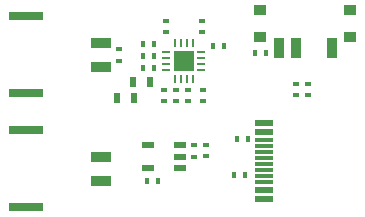
<source format=gbr>
%TF.GenerationSoftware,KiCad,Pcbnew,6.0.10-86aedd382b~118~ubuntu20.04.1*%
%TF.CreationDate,2023-02-01T15:39:36-08:00*%
%TF.ProjectId,CAD,4341442e-6b69-4636-9164-5f7063625858,rev?*%
%TF.SameCoordinates,Original*%
%TF.FileFunction,Paste,Top*%
%TF.FilePolarity,Positive*%
%FSLAX46Y46*%
G04 Gerber Fmt 4.6, Leading zero omitted, Abs format (unit mm)*
G04 Created by KiCad (PCBNEW 6.0.10-86aedd382b~118~ubuntu20.04.1) date 2023-02-01 15:39:36*
%MOMM*%
%LPD*%
G01*
G04 APERTURE LIST*
%ADD10R,0.600000X0.457778*%
%ADD11R,1.700000X0.900000*%
%ADD12R,3.000000X0.800000*%
%ADD13R,0.900000X1.800000*%
%ADD14R,1.100000X0.929997*%
%ADD15R,0.600000X0.380278*%
%ADD16R,0.380278X0.600000*%
%ADD17R,0.512132X0.950000*%
%ADD18R,0.600000X0.417778*%
%ADD19R,0.417778X0.600000*%
%ADD20R,0.160000X0.800000*%
%ADD21R,0.800000X0.160000*%
%ADD22R,1.680000X1.680000*%
%ADD23R,1.050000X0.600000*%
%ADD24R,1.640000X0.300000*%
%ADD25R,1.640000X0.600000*%
G04 APERTURE END LIST*
D10*
%TO.C,C2*%
X76200000Y-160274000D03*
X76200000Y-161271222D03*
%TD*%
D11*
%TO.C,U9*%
X67325095Y-161305873D03*
X67325095Y-163305873D03*
D12*
X60975083Y-165555809D03*
X60975083Y-159055936D03*
%TD*%
D13*
%TO.C,U8*%
X86832064Y-152046932D03*
X83832064Y-152046932D03*
X82332191Y-152046932D03*
D14*
X80782025Y-151150056D03*
X80782025Y-148880054D03*
X88381975Y-148880054D03*
X88381975Y-151150056D03*
%TD*%
D15*
%TO.C,R3*%
X72767000Y-149792138D03*
X72767000Y-150711860D03*
%TD*%
D16*
%TO.C,R9*%
X78584939Y-162864800D03*
X79504661Y-162864800D03*
%TD*%
%TO.C,R5*%
X71760861Y-152791999D03*
X70841139Y-152791999D03*
%TD*%
D17*
%TO.C,D2*%
X71465934Y-154990800D03*
X70028066Y-154990800D03*
%TD*%
D18*
%TO.C,C4*%
X84836000Y-156053611D03*
X84836000Y-155096389D03*
%TD*%
D11*
%TO.C,U5*%
X67325095Y-151653873D03*
X67325095Y-153653873D03*
D12*
X60975083Y-155903809D03*
X60975083Y-149403936D03*
%TD*%
D16*
%TO.C,R2*%
X71760861Y-153807999D03*
X70841139Y-153807999D03*
%TD*%
D19*
%TO.C,C6*%
X72106611Y-163322000D03*
X71149389Y-163322000D03*
%TD*%
D16*
%TO.C,R8*%
X76776139Y-151920000D03*
X77695861Y-151920000D03*
%TD*%
D10*
%TO.C,C1*%
X75184000Y-161280611D03*
X75184000Y-160283389D03*
%TD*%
D16*
%TO.C,R10*%
X79707861Y-159766000D03*
X78788139Y-159766000D03*
%TD*%
D20*
%TO.C,U1*%
X75041000Y-151686000D03*
X74541000Y-151686000D03*
X74041000Y-151686000D03*
X73541000Y-151686000D03*
D21*
X72791000Y-152436000D03*
X72791000Y-152936000D03*
X72791000Y-153436000D03*
X72791000Y-153936000D03*
D20*
X73541000Y-154686000D03*
X74041000Y-154686000D03*
X74541000Y-154686000D03*
X75041000Y-154686000D03*
D21*
X75791000Y-153936000D03*
X75791000Y-153436000D03*
X75791000Y-152936000D03*
X75791000Y-152436000D03*
D22*
X74291000Y-153186000D03*
%TD*%
D23*
%TO.C,U2*%
X73994000Y-162240000D03*
X73994000Y-161290000D03*
X73994000Y-160340000D03*
X71294000Y-160340000D03*
X71294000Y-162240000D03*
%TD*%
D18*
%TO.C,C5*%
X73656000Y-156572610D03*
X73656000Y-155615388D03*
%TD*%
D16*
%TO.C,R6*%
X71760861Y-151775999D03*
X70841139Y-151775999D03*
%TD*%
D15*
%TO.C,R4*%
X75815000Y-150711860D03*
X75815000Y-149792138D03*
%TD*%
D16*
%TO.C,R12*%
X81231861Y-152527000D03*
X80312139Y-152527000D03*
%TD*%
D15*
%TO.C,R1*%
X72640000Y-156601999D03*
X72640000Y-155682277D03*
%TD*%
%TO.C,R11*%
X83820000Y-156034861D03*
X83820000Y-155115139D03*
%TD*%
D24*
%TO.C,J1*%
X81097000Y-163404500D03*
X81097000Y-162404500D03*
X81097000Y-160904500D03*
X81097000Y-159904500D03*
D25*
X81097000Y-159204500D03*
X81097000Y-158404500D03*
D24*
X81097000Y-160404500D03*
X81097000Y-161404500D03*
X81097000Y-161904500D03*
X81097000Y-162904500D03*
D25*
X81097000Y-164104500D03*
X81097000Y-164904500D03*
%TD*%
D10*
%TO.C,C3*%
X68834000Y-152155389D03*
X68834000Y-153152611D03*
%TD*%
D15*
%TO.C,R13*%
X74672000Y-155634138D03*
X74672000Y-156553860D03*
%TD*%
%TO.C,R7*%
X75946000Y-155623139D03*
X75946000Y-156542861D03*
%TD*%
D17*
%TO.C,D1*%
X68673866Y-156311600D03*
X70111734Y-156311600D03*
%TD*%
M02*

</source>
